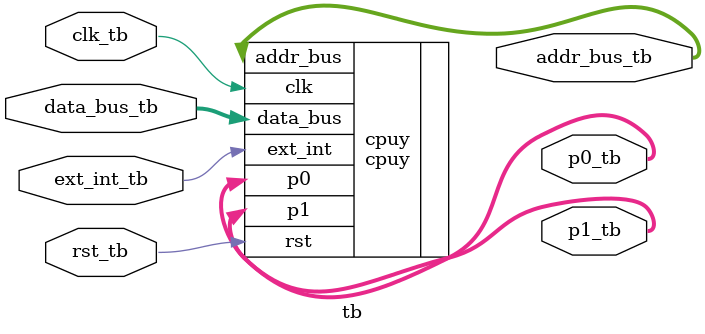
<source format=v>
`default_nettype none
`timescale 1ns/1ns

/*
this testbench just instantiates the module and makes some convenient wires
that can be driven / tested by the cocotb test.py
*/

module tb (
    // testbench is controlled by test/test_*.py files
	input wire clk_tb,
	input wire rst_tb,
	input wire ext_int_tb,
	input wire [7:0] data_bus_tb,
	output reg [11:0] addr_bus_tb,
	output reg [7:0] p0_tb,
	output reg [7:0] p1_tb
);

    // instantiate the DUT
    cpuy cpuy(
	    .clk (clk_tb),
	    .rst (rst_tb),
	    .ext_int (ext_int_tb),
	    .data_bus (data_bus_tb),
	    .addr_bus (addr_bus_tb),
	    .p0 (p0_tb),
	    .p1 (p1_tb)
    );

endmodule

</source>
